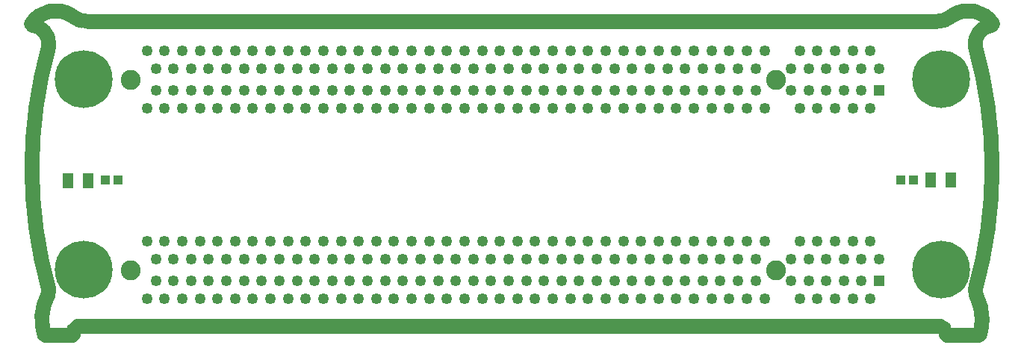
<source format=gbs>
%FSLAX25Y25*%
%MOIN*%
G70*
G01*
G75*
G04 Layer_Color=16711935*
%ADD10C,0.00700*%
%ADD11C,0.01200*%
%ADD12C,0.01600*%
%ADD13C,0.25000*%
%ADD14C,0.04134*%
%ADD15C,0.08071*%
%ADD16R,0.04134X0.04134*%
%ADD17R,0.03150X0.03347*%
%ADD18R,0.04331X0.05906*%
%ADD19C,0.02000*%
%ADD20C,0.01200*%
%ADD21C,0.02362*%
%ADD22C,0.00787*%
%ADD23C,0.00800*%
%ADD24C,0.06500*%
%ADD25C,0.25800*%
%ADD26C,0.04934*%
%ADD27C,0.08871*%
%ADD28R,0.04934X0.04934*%
%ADD29R,0.03950X0.04147*%
%ADD30R,0.05131X0.06706*%
D24*
X-400078Y-28851D02*
G03*
X-399597Y-29201I478J151D01*
G01*
X-387600D02*
G03*
X-387099Y-28700I0J501D01*
G01*
D02*
G03*
X-387112Y-28584I-501J0D01*
G01*
X-387112D02*
G03*
X-387111Y-28587I2762J634D01*
G01*
X-385040Y-25201D02*
G03*
X-387112Y-28584I691J-2748D01*
G01*
X2434Y-28200D02*
G03*
X-137Y-25201I-3034J0D01*
G01*
X2403Y-28629D02*
G03*
X2434Y-28200I-3004J429D01*
G01*
X2403Y-28629D02*
G03*
X2900Y-29201I496J-71D01*
G01*
X16897D02*
G03*
X17378Y-28851I3J501D01*
G01*
D02*
G03*
X18437Y-21965I-21861J6886D01*
G01*
D02*
G03*
X15988Y-11656I-22920J0D01*
G01*
D02*
G03*
X15968Y-11620I-448J-226D01*
G01*
Y-11620D02*
G03*
X15948Y-11575I-468J-180D01*
G01*
X15348Y-8925D02*
G03*
X15948Y-11575I5655J-113D01*
G01*
X15348Y-8925D02*
G03*
X15383Y-8836I-448J225D01*
G01*
Y-8836D02*
G03*
X22902Y45500I-192572J54336D01*
G01*
D02*
G03*
X15393Y99800I-200092J0D01*
G01*
X22665Y109203D02*
G03*
X15393Y99800I1085J-8353D01*
G01*
X22665Y109203D02*
G03*
X23101Y109700I-65J497D01*
G01*
D02*
G03*
X23021Y109972I-501J0D01*
G01*
X23021D02*
G03*
X5528Y113721I-10621J-6872D01*
G01*
X5528Y113721D02*
G03*
X5470Y113678I272J-421D01*
G01*
Y113678D02*
G03*
X5473Y113680I-7755J9007D01*
G01*
X-2488Y110801D02*
G03*
X5470Y113678I204J11884D01*
G01*
X-2488Y110801D02*
G03*
X-2500Y110801I-12J-501D01*
G01*
X-380200D02*
G03*
X-380212Y110801I0J-501D01*
G01*
Y110801D02*
G03*
X-380209Y110801I-204J11884D01*
G01*
X-388170Y113678D02*
G03*
X-380212Y110801I7755J9007D01*
G01*
X-388173Y113680D02*
G03*
X-388170Y113678I7757J9005D01*
G01*
Y113678D02*
G03*
X-388228Y113721I-330J-378D01*
G01*
X-388228Y113721D02*
G03*
X-405721Y109972I-6872J-10621D01*
G01*
X-405721D02*
G03*
X-405365Y109203I421J-272D01*
G01*
X-398027Y100850D02*
G03*
X-405365Y109203I-8423J0D01*
G01*
X-398093Y99800D02*
G03*
X-398027Y100850I-8357J1050D01*
G01*
X-398093Y99800D02*
G03*
X-398092Y-8803I192583J-54300D01*
G01*
X-398092D02*
G03*
X-398100Y-8934I492J-97D01*
G01*
X-398087Y-9319D02*
G03*
X-398100Y-8934I-5656J0D01*
G01*
X-398507Y-11457D02*
G03*
X-398087Y-9319I-5237J2137D01*
G01*
X-398507Y-11457D02*
G03*
X-398688Y-11656I267J-425D01*
G01*
D02*
G03*
X-400078Y-28851I20470J-10309D01*
G01*
X-399597Y-29201D02*
X-387600D01*
X-387112Y-28584D02*
X-387111Y-28587D01*
X-385040Y-25201D02*
X-137D01*
X2900Y-29201D02*
X16897D01*
X15968Y-11620D02*
Y-11620D01*
X15948Y-11575D02*
X15948D01*
X15348Y-8925D02*
X15348D01*
X15383Y-8836D02*
Y-8836D01*
X23021Y109972D02*
X23021D01*
X5528Y113721D02*
X5528Y113721D01*
X5470Y113678D02*
X5473Y113680D01*
X-2488Y110801D02*
Y110801D01*
X-380200Y110801D02*
X-2500D01*
X-380212Y110801D02*
X-380209Y110801D01*
X-388173Y113680D02*
X-388170Y113678D01*
Y113678D02*
Y113678D01*
X-388228Y113721D02*
X-388228Y113721D01*
X-405721Y109972D02*
X-405721D01*
X-398092Y-8803D02*
X-398092D01*
D25*
X-382500Y85000D02*
D03*
Y0D02*
D03*
X0D02*
D03*
Y85000D02*
D03*
D26*
X-354272Y12717D02*
D03*
X-346398D02*
D03*
X-338524D02*
D03*
X-330650D02*
D03*
X-322776D02*
D03*
X-314902D02*
D03*
X-307028D02*
D03*
X-299154D02*
D03*
X-291280D02*
D03*
X-283406D02*
D03*
X-275532D02*
D03*
X-267657D02*
D03*
X-259783D02*
D03*
X-251909D02*
D03*
X-244035D02*
D03*
X-236161D02*
D03*
X-228287D02*
D03*
X-220413D02*
D03*
X-350335Y4843D02*
D03*
X-342461D02*
D03*
X-334587D02*
D03*
X-326713D02*
D03*
X-318839D02*
D03*
X-310965D02*
D03*
X-303091D02*
D03*
X-295217D02*
D03*
X-287343D02*
D03*
X-279469D02*
D03*
X-271594D02*
D03*
X-263720D02*
D03*
X-255846D02*
D03*
X-247972D02*
D03*
X-240098D02*
D03*
X-232224D02*
D03*
X-224350D02*
D03*
X-350335Y-5000D02*
D03*
X-342461D02*
D03*
X-334587D02*
D03*
X-326713D02*
D03*
X-318839D02*
D03*
X-310965D02*
D03*
X-303091D02*
D03*
X-295217D02*
D03*
X-287343D02*
D03*
X-279469D02*
D03*
X-271594D02*
D03*
X-263720D02*
D03*
X-255846D02*
D03*
X-247972D02*
D03*
X-240098D02*
D03*
X-232224D02*
D03*
X-224350D02*
D03*
X-354272Y-12874D02*
D03*
X-346398D02*
D03*
X-338524D02*
D03*
X-330650D02*
D03*
X-322776D02*
D03*
X-314902D02*
D03*
X-307028D02*
D03*
X-299154D02*
D03*
X-291280D02*
D03*
X-283406D02*
D03*
X-275532D02*
D03*
X-267657D02*
D03*
X-259783D02*
D03*
X-251909D02*
D03*
X-244035D02*
D03*
X-236161D02*
D03*
X-228287D02*
D03*
X-220413D02*
D03*
X-157421D02*
D03*
X-153484Y-5000D02*
D03*
Y4843D02*
D03*
X-149547Y12717D02*
D03*
X-141673D02*
D03*
X-133799D02*
D03*
X-125925D02*
D03*
X-118051D02*
D03*
X-110177D02*
D03*
X-102303D02*
D03*
X-94429D02*
D03*
X-86555D02*
D03*
X-78681D02*
D03*
X-145610Y4843D02*
D03*
X-137736D02*
D03*
X-129862D02*
D03*
X-121988D02*
D03*
X-114114D02*
D03*
X-106240D02*
D03*
X-98366D02*
D03*
X-90492D02*
D03*
X-82618D02*
D03*
X-145610Y-5000D02*
D03*
X-137736D02*
D03*
X-129862D02*
D03*
X-121988D02*
D03*
X-114114D02*
D03*
X-106240D02*
D03*
X-98366D02*
D03*
X-90492D02*
D03*
X-82618D02*
D03*
X-149547Y-12874D02*
D03*
X-141673D02*
D03*
X-133799D02*
D03*
X-125925D02*
D03*
X-118051D02*
D03*
X-110177D02*
D03*
X-102303D02*
D03*
X-94429D02*
D03*
X-86555D02*
D03*
X-78681D02*
D03*
X-62933Y12717D02*
D03*
X-55059D02*
D03*
X-47185D02*
D03*
X-39311D02*
D03*
X-31437D02*
D03*
X-66870Y4843D02*
D03*
X-58996D02*
D03*
X-51122D02*
D03*
X-43248D02*
D03*
X-35374D02*
D03*
X-27500D02*
D03*
X-62933Y-12874D02*
D03*
X-55059D02*
D03*
X-47185D02*
D03*
X-39311D02*
D03*
X-31437D02*
D03*
X-66870Y-5000D02*
D03*
X-58996D02*
D03*
X-51122D02*
D03*
X-43248D02*
D03*
X-35374D02*
D03*
X-165295Y-12874D02*
D03*
X-173169D02*
D03*
X-181043D02*
D03*
X-188917D02*
D03*
X-196791D02*
D03*
X-204665D02*
D03*
X-212539D02*
D03*
X-161358Y-5000D02*
D03*
X-169232D02*
D03*
X-177106D02*
D03*
X-184980D02*
D03*
X-192854D02*
D03*
X-200728D02*
D03*
X-208602D02*
D03*
X-216476D02*
D03*
X-161358Y4843D02*
D03*
X-169232D02*
D03*
X-177106D02*
D03*
X-184980D02*
D03*
X-192854D02*
D03*
X-200728D02*
D03*
X-208602D02*
D03*
X-216476D02*
D03*
X-157421Y12717D02*
D03*
X-165295D02*
D03*
X-173169D02*
D03*
X-181043D02*
D03*
X-188917D02*
D03*
X-196791D02*
D03*
X-204665D02*
D03*
X-212539D02*
D03*
X-354272Y97717D02*
D03*
X-346398D02*
D03*
X-338524D02*
D03*
X-330650D02*
D03*
X-322776D02*
D03*
X-314902D02*
D03*
X-307028D02*
D03*
X-299154D02*
D03*
X-291280D02*
D03*
X-283406D02*
D03*
X-275532D02*
D03*
X-267657D02*
D03*
X-259783D02*
D03*
X-251909D02*
D03*
X-244035D02*
D03*
X-236161D02*
D03*
X-228287D02*
D03*
X-220413D02*
D03*
X-350335Y89843D02*
D03*
X-342461D02*
D03*
X-334587D02*
D03*
X-326713D02*
D03*
X-318839D02*
D03*
X-310965D02*
D03*
X-303091D02*
D03*
X-295217D02*
D03*
X-287343D02*
D03*
X-279469D02*
D03*
X-271594D02*
D03*
X-263720D02*
D03*
X-255846D02*
D03*
X-247972D02*
D03*
X-240098D02*
D03*
X-232224D02*
D03*
X-224350D02*
D03*
X-350335Y80000D02*
D03*
X-342461D02*
D03*
X-334587D02*
D03*
X-326713D02*
D03*
X-318839D02*
D03*
X-310965D02*
D03*
X-303091D02*
D03*
X-295217D02*
D03*
X-287343D02*
D03*
X-279469D02*
D03*
X-271594D02*
D03*
X-263720D02*
D03*
X-255846D02*
D03*
X-247972D02*
D03*
X-240098D02*
D03*
X-232224D02*
D03*
X-224350D02*
D03*
X-354272Y72126D02*
D03*
X-346398D02*
D03*
X-338524D02*
D03*
X-330650D02*
D03*
X-322776D02*
D03*
X-314902D02*
D03*
X-307028D02*
D03*
X-299154D02*
D03*
X-291280D02*
D03*
X-283406D02*
D03*
X-275532D02*
D03*
X-267657D02*
D03*
X-259783D02*
D03*
X-251909D02*
D03*
X-244035D02*
D03*
X-236161D02*
D03*
X-228287D02*
D03*
X-220413D02*
D03*
X-157421D02*
D03*
X-153484Y80000D02*
D03*
Y89843D02*
D03*
X-149547Y97717D02*
D03*
X-141673D02*
D03*
X-133799D02*
D03*
X-125925D02*
D03*
X-118051D02*
D03*
X-110177D02*
D03*
X-102303D02*
D03*
X-94429D02*
D03*
X-86555D02*
D03*
X-78681D02*
D03*
X-145610Y89843D02*
D03*
X-137736D02*
D03*
X-129862D02*
D03*
X-121988D02*
D03*
X-114114D02*
D03*
X-106240D02*
D03*
X-98366D02*
D03*
X-90492D02*
D03*
X-82618D02*
D03*
X-145610Y80000D02*
D03*
X-137736D02*
D03*
X-129862D02*
D03*
X-121988D02*
D03*
X-114114D02*
D03*
X-106240D02*
D03*
X-98366D02*
D03*
X-90492D02*
D03*
X-82618D02*
D03*
X-149547Y72126D02*
D03*
X-141673D02*
D03*
X-133799D02*
D03*
X-125925D02*
D03*
X-118051D02*
D03*
X-110177D02*
D03*
X-102303D02*
D03*
X-94429D02*
D03*
X-86555D02*
D03*
X-78681D02*
D03*
X-62933Y97717D02*
D03*
X-55059D02*
D03*
X-47185D02*
D03*
X-39311D02*
D03*
X-31437D02*
D03*
X-66870Y89843D02*
D03*
X-58996D02*
D03*
X-51122D02*
D03*
X-43248D02*
D03*
X-35374D02*
D03*
X-27500D02*
D03*
X-62933Y72126D02*
D03*
X-55059D02*
D03*
X-47185D02*
D03*
X-39311D02*
D03*
X-31437D02*
D03*
X-66870Y80000D02*
D03*
X-58996D02*
D03*
X-51122D02*
D03*
X-43248D02*
D03*
X-35374D02*
D03*
X-165295Y72126D02*
D03*
X-173169D02*
D03*
X-181043D02*
D03*
X-188917D02*
D03*
X-196791D02*
D03*
X-204665D02*
D03*
X-212539D02*
D03*
X-161358Y80000D02*
D03*
X-169232D02*
D03*
X-177106D02*
D03*
X-184980D02*
D03*
X-192854D02*
D03*
X-200728D02*
D03*
X-208602D02*
D03*
X-216476D02*
D03*
X-161358Y89843D02*
D03*
X-169232D02*
D03*
X-177106D02*
D03*
X-184980D02*
D03*
X-192854D02*
D03*
X-200728D02*
D03*
X-208602D02*
D03*
X-216476D02*
D03*
X-157421Y97717D02*
D03*
X-165295D02*
D03*
X-173169D02*
D03*
X-181043D02*
D03*
X-188917D02*
D03*
X-196791D02*
D03*
X-204665D02*
D03*
X-212539D02*
D03*
D27*
X-361358Y-79D02*
D03*
X-73366D02*
D03*
X-361358Y84921D02*
D03*
X-73366D02*
D03*
D28*
X-27500Y-5000D02*
D03*
Y80000D02*
D03*
D29*
X-367244Y40000D02*
D03*
X-372756D02*
D03*
X-17756D02*
D03*
X-12244D02*
D03*
D30*
X-380551Y39933D02*
D03*
X-389606D02*
D03*
X-4449Y40067D02*
D03*
X4606D02*
D03*
M02*

</source>
